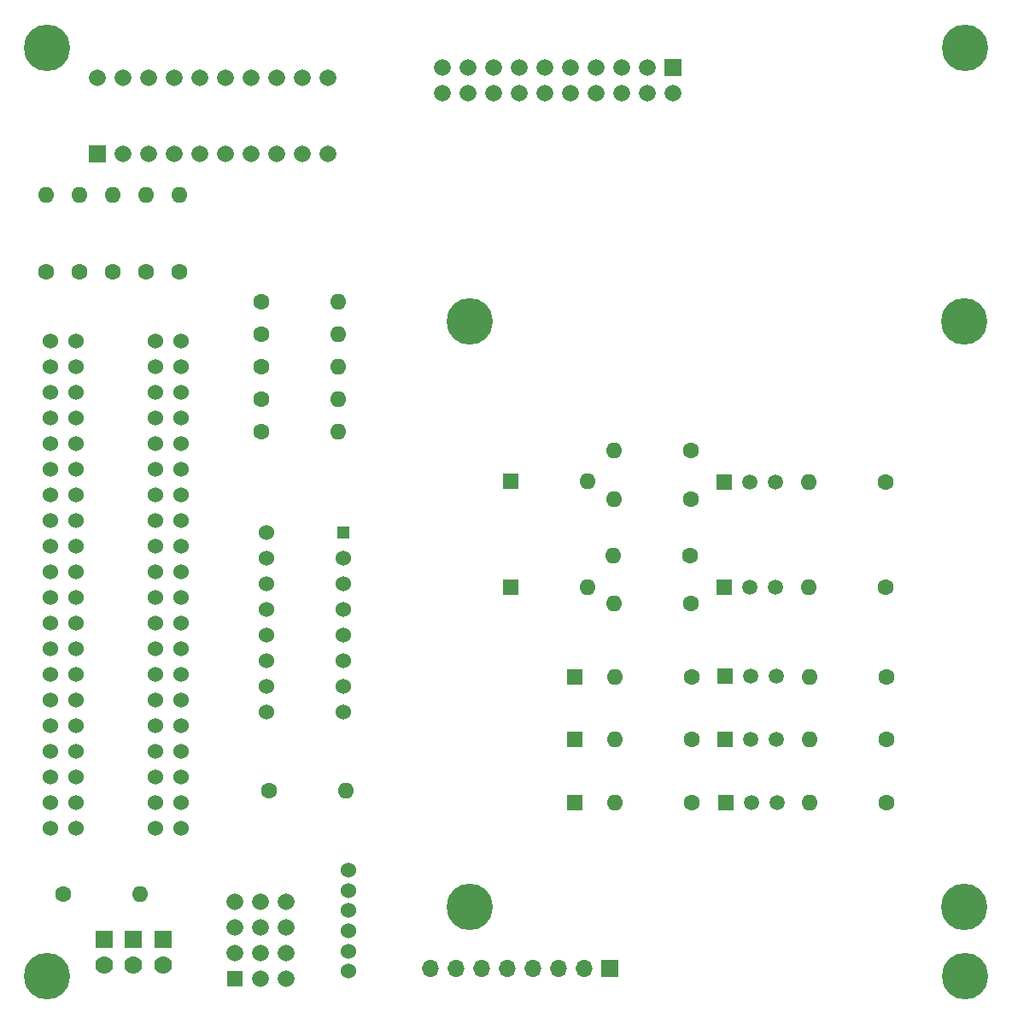
<source format=gts>
G04 #@! TF.GenerationSoftware,KiCad,Pcbnew,(5.1.10-1-10_14)*
G04 #@! TF.CreationDate,2023-04-30T23:51:26-07:00*
G04 #@! TF.ProjectId,Control_Boards,436f6e74-726f-46c5-9f42-6f617264732e,rev?*
G04 #@! TF.SameCoordinates,Original*
G04 #@! TF.FileFunction,Soldermask,Top*
G04 #@! TF.FilePolarity,Negative*
%FSLAX46Y46*%
G04 Gerber Fmt 4.6, Leading zero omitted, Abs format (unit mm)*
G04 Created by KiCad (PCBNEW (5.1.10-1-10_14)) date 2023-04-30 23:51:26*
%MOMM*%
%LPD*%
G01*
G04 APERTURE LIST*
%ADD10R,1.500000X1.500000*%
%ADD11C,1.500000*%
%ADD12C,1.524000*%
%ADD13C,1.670000*%
%ADD14R,1.670000X1.670000*%
%ADD15C,4.600000*%
%ADD16C,1.600000*%
%ADD17O,1.600000X1.600000*%
%ADD18C,1.778000*%
%ADD19R,1.778000X1.778000*%
%ADD20R,1.524000X1.524000*%
%ADD21R,1.700000X1.700000*%
%ADD22O,1.700000X1.700000*%
%ADD23R,1.300000X1.300000*%
%ADD24R,1.600000X1.600000*%
G04 APERTURE END LIST*
D10*
X132431883Y150393400D03*
D11*
X137511883Y150393400D03*
X134971883Y150393400D03*
D10*
X132410200Y156641800D03*
D11*
X137490200Y156641800D03*
X134950200Y156641800D03*
D10*
X132410200Y162864800D03*
D11*
X137490200Y162864800D03*
X134950200Y162864800D03*
D10*
X132334000Y171678600D03*
D11*
X137414000Y171678600D03*
X134874000Y171678600D03*
D10*
X132334000Y182092600D03*
D11*
X137414000Y182092600D03*
X134874000Y182092600D03*
D12*
X78486000Y147802600D03*
X75946000Y147802600D03*
X78486000Y150342600D03*
X75946000Y150342600D03*
X78486000Y152882600D03*
X75946000Y152882600D03*
X78486000Y155422600D03*
X75946000Y155422600D03*
X78486000Y157962600D03*
X75946000Y157962600D03*
X78486000Y160502600D03*
X75946000Y160502600D03*
X78486000Y163042600D03*
X75946000Y163042600D03*
X78486000Y165582600D03*
X75946000Y165582600D03*
X78486000Y168122600D03*
X75946000Y168122600D03*
X78486000Y170662600D03*
X75946000Y170662600D03*
X78486000Y173202600D03*
X75946000Y173202600D03*
X78486000Y175742600D03*
X75946000Y175742600D03*
X78486000Y178282600D03*
X75946000Y178282600D03*
X78486000Y180822600D03*
X75946000Y180822600D03*
X78486000Y183362600D03*
X75946000Y183362600D03*
X78486000Y185902600D03*
X75946000Y185902600D03*
X78486000Y188442600D03*
X75946000Y188442600D03*
X78486000Y190982600D03*
X75946000Y190982600D03*
X78486000Y193522600D03*
X75946000Y193522600D03*
X78486000Y196062600D03*
X75946000Y196062600D03*
X68045000Y147816900D03*
X65505000Y147816900D03*
X68045000Y150356900D03*
X65505000Y150356900D03*
X68045000Y152896900D03*
X65505000Y152896900D03*
X68045000Y155436900D03*
X65505000Y155436900D03*
X68045000Y157976900D03*
X65505000Y157976900D03*
X68045000Y160516900D03*
X65505000Y160516900D03*
X68045000Y163056900D03*
X65505000Y163056900D03*
X68045000Y165596900D03*
X65505000Y165596900D03*
X68045000Y168136900D03*
X65505000Y168136900D03*
X68045000Y170676900D03*
X65505000Y170676900D03*
X68045000Y173216900D03*
X65505000Y173216900D03*
X68045000Y175756900D03*
X65505000Y175756900D03*
X68045000Y178296900D03*
X65505000Y178296900D03*
X68045000Y180836900D03*
X65505000Y180836900D03*
X68045000Y183376900D03*
X65505000Y183376900D03*
X68045000Y185916900D03*
X65505000Y185916900D03*
X68045000Y188456900D03*
X65505000Y188456900D03*
X68045000Y190996900D03*
X65505000Y190996900D03*
X68045000Y193536900D03*
X65505000Y193536900D03*
X68045000Y196076900D03*
X65505000Y196076900D03*
D13*
X70154800Y222130000D03*
X72694800Y222130000D03*
X75234800Y222130000D03*
X77774800Y222130000D03*
X80314800Y222130000D03*
X82854800Y222130000D03*
X85394800Y222130000D03*
X87934800Y222130000D03*
X90474800Y222130000D03*
X93014800Y222130000D03*
D14*
X70154800Y214630000D03*
D13*
X72694800Y214630000D03*
X75234800Y214630000D03*
X77774800Y214630000D03*
X80314800Y214630000D03*
X82854800Y214630000D03*
X85394800Y214630000D03*
X87934800Y214630000D03*
X90474800Y214630000D03*
X93014800Y214630000D03*
D15*
X65186600Y133158800D03*
X156186600Y133158800D03*
X156186600Y225158800D03*
X65186600Y225158800D03*
D16*
X129079083Y150368000D03*
D17*
X121459083Y150368000D03*
D16*
X129079083Y156641800D03*
D17*
X121459083Y156641800D03*
D16*
X129079083Y162839400D03*
D17*
X121459083Y162839400D03*
D16*
X86385400Y199948800D03*
D17*
X94005400Y199948800D03*
D16*
X86385400Y196735700D03*
D17*
X94005400Y196735700D03*
D16*
X86385400Y193522600D03*
D17*
X94005400Y193522600D03*
D16*
X86385400Y190309500D03*
D17*
X94005400Y190309500D03*
D16*
X86385400Y187096400D03*
D17*
X94005400Y187096400D03*
D16*
X65049400Y202920600D03*
D17*
X65049400Y210540600D03*
D16*
X148386800Y150368000D03*
D17*
X140766800Y150368000D03*
D16*
X148386800Y156641800D03*
D17*
X140766800Y156641800D03*
D16*
X87198200Y151549100D03*
D17*
X94818200Y151549100D03*
D18*
X70813600Y134278700D03*
D19*
X70813600Y136818700D03*
D18*
X73737599Y134261299D03*
D19*
X73737599Y136801299D03*
D18*
X76655600Y134278700D03*
D19*
X76655600Y136818700D03*
D14*
X127186600Y223158800D03*
D13*
X127186600Y220618800D03*
X124646600Y223158800D03*
X124646600Y220618800D03*
X122106600Y223158800D03*
X122106600Y220618800D03*
X119566600Y223158800D03*
X119566600Y220618800D03*
X117026600Y223158800D03*
X117026600Y220618800D03*
X114486600Y223158800D03*
X114486600Y220618800D03*
X111946600Y223158800D03*
X111946600Y220618800D03*
X109406600Y223158800D03*
X109406600Y220618800D03*
X106866600Y223158800D03*
X106866600Y220618800D03*
X104326600Y223158800D03*
X104326600Y220618800D03*
D12*
X95046800Y143662400D03*
X95046800Y141662400D03*
X95046800Y139662400D03*
X95046800Y137662400D03*
X95046800Y135662400D03*
X95046800Y133662400D03*
D13*
X86296500Y132956300D03*
D20*
X83756500Y132956300D03*
D13*
X88836500Y132956300D03*
X83756500Y135496300D03*
X86296500Y135496300D03*
X88836500Y135496300D03*
X83756500Y138036300D03*
X86296500Y138036300D03*
X88836500Y138036300D03*
X83756500Y140576300D03*
X86296500Y140576300D03*
X88836500Y140576300D03*
D20*
X117500400Y150368000D03*
X117500400Y156641800D03*
X117500400Y162839400D03*
D21*
X120929400Y133959600D03*
D22*
X118389400Y133959600D03*
X115849400Y133959600D03*
X113309400Y133959600D03*
X110769400Y133959600D03*
X108229400Y133959600D03*
X105689400Y133959600D03*
X103149400Y133959600D03*
D12*
X86931500Y159346900D03*
X94551500Y159346900D03*
X86931500Y161886900D03*
X94551500Y161886900D03*
X86931500Y164426900D03*
X94551500Y164426900D03*
X86931500Y166966900D03*
X94551500Y166966900D03*
X86931500Y169506900D03*
X94551500Y169506900D03*
X86931500Y172046900D03*
X94551500Y172046900D03*
X86931500Y174586900D03*
X94551500Y174586900D03*
X86931500Y177126900D03*
D23*
X94551500Y177126900D03*
D16*
X68357750Y202920600D03*
D17*
X68357750Y210540600D03*
D16*
X71666100Y202920600D03*
D17*
X71666100Y210540600D03*
D16*
X74974450Y202920600D03*
D17*
X74974450Y210540600D03*
D16*
X78282800Y202920600D03*
D17*
X78282800Y210540600D03*
D16*
X148310600Y171678600D03*
D17*
X140690600Y171678600D03*
D16*
X148310600Y182092600D03*
D17*
X140690600Y182092600D03*
D15*
X156062800Y140075800D03*
X107062800Y140075800D03*
X107062800Y198075800D03*
X156062800Y198075800D03*
D24*
X111121283Y182222101D03*
D17*
X118741283Y182222101D03*
D24*
X111121283Y171678600D03*
D17*
X118741283Y171678600D03*
D16*
X129002883Y180467000D03*
D17*
X121382883Y180467000D03*
D16*
X129002883Y170083716D03*
D17*
X121382883Y170083716D03*
D16*
X148386800Y162839400D03*
D17*
X140766800Y162839400D03*
D16*
X128955800Y185216800D03*
D17*
X121335800Y185216800D03*
D16*
X128879600Y174879000D03*
D17*
X121259600Y174879000D03*
D16*
X66725800Y141325600D03*
D17*
X74345800Y141325600D03*
M02*

</source>
